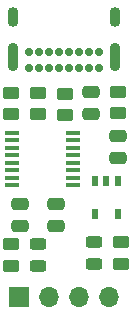
<source format=gts>
%TF.GenerationSoftware,KiCad,Pcbnew,9.0.0*%
%TF.CreationDate,2025-03-08T20:10:10+09:00*%
%TF.ProjectId,typec-serial,74797065-632d-4736-9572-69616c2e6b69,rev?*%
%TF.SameCoordinates,Original*%
%TF.FileFunction,Soldermask,Top*%
%TF.FilePolarity,Negative*%
%FSLAX46Y46*%
G04 Gerber Fmt 4.6, Leading zero omitted, Abs format (unit mm)*
G04 Created by KiCad (PCBNEW 9.0.0) date 2025-03-08 20:10:10*
%MOMM*%
%LPD*%
G01*
G04 APERTURE LIST*
G04 Aperture macros list*
%AMRoundRect*
0 Rectangle with rounded corners*
0 $1 Rounding radius*
0 $2 $3 $4 $5 $6 $7 $8 $9 X,Y pos of 4 corners*
0 Add a 4 corners polygon primitive as box body*
4,1,4,$2,$3,$4,$5,$6,$7,$8,$9,$2,$3,0*
0 Add four circle primitives for the rounded corners*
1,1,$1+$1,$2,$3*
1,1,$1+$1,$4,$5*
1,1,$1+$1,$6,$7*
1,1,$1+$1,$8,$9*
0 Add four rect primitives between the rounded corners*
20,1,$1+$1,$2,$3,$4,$5,0*
20,1,$1+$1,$4,$5,$6,$7,0*
20,1,$1+$1,$6,$7,$8,$9,0*
20,1,$1+$1,$8,$9,$2,$3,0*%
G04 Aperture macros list end*
%ADD10RoundRect,0.250000X0.475000X-0.250000X0.475000X0.250000X-0.475000X0.250000X-0.475000X-0.250000X0*%
%ADD11R,0.508000X0.914400*%
%ADD12C,0.700000*%
%ADD13O,0.900000X2.400000*%
%ADD14O,0.900000X1.700000*%
%ADD15RoundRect,0.243750X-0.456250X0.243750X-0.456250X-0.243750X0.456250X-0.243750X0.456250X0.243750X0*%
%ADD16RoundRect,0.250000X-0.475000X0.250000X-0.475000X-0.250000X0.475000X-0.250000X0.475000X0.250000X0*%
%ADD17RoundRect,0.250000X-0.450000X0.262500X-0.450000X-0.262500X0.450000X-0.262500X0.450000X0.262500X0*%
%ADD18R,1.700000X1.700000*%
%ADD19O,1.700000X1.700000*%
%ADD20RoundRect,0.250000X0.450000X-0.262500X0.450000X0.262500X-0.450000X0.262500X-0.450000X-0.262500X0*%
%ADD21R,1.200000X0.400000*%
G04 APERTURE END LIST*
D10*
%TO.C,C1*%
X161500000Y-95250000D03*
X161500000Y-93350000D03*
%TD*%
D11*
%TO.C,IC1*%
X163750000Y-100853000D03*
X162799999Y-100853000D03*
X161849998Y-100853000D03*
X161849998Y-103647000D03*
X163750000Y-103647000D03*
%TD*%
D12*
%TO.C,J1*%
X162150000Y-91360000D03*
X161300000Y-91360000D03*
X160450000Y-91360000D03*
X159600000Y-91360000D03*
X158750000Y-91360000D03*
X157900000Y-91360000D03*
X157050000Y-91360000D03*
X156200000Y-91360000D03*
X156200000Y-90010000D03*
X157050000Y-90010000D03*
X157900000Y-90010000D03*
X158750000Y-90010000D03*
X159600000Y-90010000D03*
X160450000Y-90010000D03*
X161300000Y-90010000D03*
X162150000Y-90010000D03*
D13*
X163500000Y-90380000D03*
D14*
X163500000Y-87000000D03*
D13*
X154850000Y-90380000D03*
D14*
X154850000Y-87000000D03*
%TD*%
D15*
%TO.C,D2*%
X161750000Y-106062500D03*
X161750000Y-107937500D03*
%TD*%
D16*
%TO.C,C2*%
X163750000Y-97050000D03*
X163750000Y-98950000D03*
%TD*%
D17*
%TO.C,R2*%
X163750000Y-93337500D03*
X163750000Y-95162500D03*
%TD*%
%TO.C,R1*%
X154750000Y-93425000D03*
X154750000Y-95250000D03*
%TD*%
D18*
%TO.C,J2*%
X155380000Y-110750000D03*
D19*
X157920000Y-110750000D03*
X160460000Y-110750000D03*
X163000000Y-110750000D03*
%TD*%
D17*
%TO.C,R5*%
X154750000Y-106250000D03*
X154750000Y-108075000D03*
%TD*%
D20*
%TO.C,R6*%
X164000000Y-107912500D03*
X164000000Y-106087500D03*
%TD*%
D21*
%TO.C,U1*%
X160000000Y-101270000D03*
X160000000Y-100635000D03*
X160000000Y-100000000D03*
X160000000Y-99365000D03*
X160000000Y-98730000D03*
X160000000Y-98095000D03*
X160000000Y-97460000D03*
X160000000Y-96825000D03*
X154800000Y-96825000D03*
X154800000Y-97460000D03*
X154800000Y-98095000D03*
X154800000Y-98730000D03*
X154800000Y-99365000D03*
X154800000Y-100000000D03*
X154800000Y-100635000D03*
X154800000Y-101270000D03*
%TD*%
D15*
%TO.C,D1*%
X157000000Y-106225000D03*
X157000000Y-108100000D03*
%TD*%
D10*
%TO.C,C3*%
X155500000Y-104700000D03*
X155500000Y-102800000D03*
%TD*%
D17*
%TO.C,R3*%
X157000000Y-93425000D03*
X157000000Y-95250000D03*
%TD*%
D16*
%TO.C,C4*%
X158500000Y-102800000D03*
X158500000Y-104700000D03*
%TD*%
D17*
%TO.C,R4*%
X159250000Y-93500000D03*
X159250000Y-95325000D03*
%TD*%
M02*

</source>
